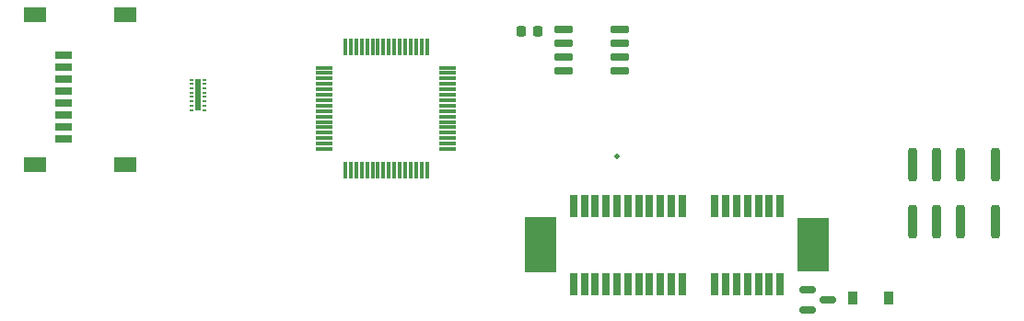
<source format=gbr>
%TF.GenerationSoftware,KiCad,Pcbnew,8.0.5*%
%TF.CreationDate,2025-03-11T15:07:16+00:00*%
%TF.ProjectId,UC_V4_4904-30028-06,55435f56-345f-4343-9930-342d33303032,rev?*%
%TF.SameCoordinates,Original*%
%TF.FileFunction,Paste,Bot*%
%TF.FilePolarity,Positive*%
%FSLAX46Y46*%
G04 Gerber Fmt 4.6, Leading zero omitted, Abs format (unit mm)*
G04 Created by KiCad (PCBNEW 8.0.5) date 2025-03-11 15:07:16*
%MOMM*%
%LPD*%
G01*
G04 APERTURE LIST*
G04 Aperture macros list*
%AMRoundRect*
0 Rectangle with rounded corners*
0 $1 Rounding radius*
0 $2 $3 $4 $5 $6 $7 $8 $9 X,Y pos of 4 corners*
0 Add a 4 corners polygon primitive as box body*
4,1,4,$2,$3,$4,$5,$6,$7,$8,$9,$2,$3,0*
0 Add four circle primitives for the rounded corners*
1,1,$1+$1,$2,$3*
1,1,$1+$1,$4,$5*
1,1,$1+$1,$6,$7*
1,1,$1+$1,$8,$9*
0 Add four rect primitives between the rounded corners*
20,1,$1+$1,$2,$3,$4,$5,0*
20,1,$1+$1,$4,$5,$6,$7,0*
20,1,$1+$1,$6,$7,$8,$9,0*
20,1,$1+$1,$8,$9,$2,$3,0*%
G04 Aperture macros list end*
%ADD10RoundRect,0.150000X-0.587500X-0.150000X0.587500X-0.150000X0.587500X0.150000X-0.587500X0.150000X0*%
%ADD11RoundRect,0.200000X0.200000X-1.350000X0.200000X1.350000X-0.200000X1.350000X-0.200000X-1.350000X0*%
%ADD12RoundRect,0.075000X0.700000X0.075000X-0.700000X0.075000X-0.700000X-0.075000X0.700000X-0.075000X0*%
%ADD13RoundRect,0.075000X0.075000X0.700000X-0.075000X0.700000X-0.075000X-0.700000X0.075000X-0.700000X0*%
%ADD14R,0.900000X1.200000*%
%ADD15R,0.400000X0.250000*%
%ADD16R,0.500000X3.000000*%
%ADD17RoundRect,0.150000X0.725000X0.150000X-0.725000X0.150000X-0.725000X-0.150000X0.725000X-0.150000X0*%
%ADD18C,0.500000*%
%ADD19R,0.700000X2.000000*%
%ADD20R,3.000000X5.200000*%
%ADD21R,3.000000X5.000000*%
%ADD22RoundRect,0.225000X0.225000X0.250000X-0.225000X0.250000X-0.225000X-0.250000X0.225000X-0.250000X0*%
%ADD23R,1.500000X0.800000*%
%ADD24R,2.000000X1.450000*%
G04 APERTURE END LIST*
D10*
%TO.C,Q2*%
X181119700Y-117639800D03*
X181119700Y-115739800D03*
X182994700Y-116689800D03*
%TD*%
D11*
%TO.C,K1*%
X198418200Y-109523200D03*
X195218200Y-109523200D03*
X193018200Y-109523200D03*
X190818200Y-109523200D03*
X190818200Y-104223200D03*
X193018200Y-104223200D03*
X195218200Y-104223200D03*
X198418200Y-104223200D03*
%TD*%
D12*
%TO.C,U1*%
X148075000Y-95321600D03*
X148075000Y-95821600D03*
X148075000Y-96321600D03*
X148075000Y-96821600D03*
X148075000Y-97321600D03*
X148075000Y-97821600D03*
X148075000Y-98321600D03*
X148075000Y-98821600D03*
X148075000Y-99321600D03*
X148075000Y-99821600D03*
X148075000Y-100321600D03*
X148075000Y-100821600D03*
X148075000Y-101321600D03*
X148075000Y-101821600D03*
X148075000Y-102321600D03*
X148075000Y-102821600D03*
D13*
X146150000Y-104746600D03*
X145650000Y-104746600D03*
X145150000Y-104746600D03*
X144650000Y-104746600D03*
X144150000Y-104746600D03*
X143650000Y-104746600D03*
X143150000Y-104746600D03*
X142650000Y-104746600D03*
X142150000Y-104746600D03*
X141650000Y-104746600D03*
X141150000Y-104746600D03*
X140650000Y-104746600D03*
X140150000Y-104746600D03*
X139650000Y-104746600D03*
X139150000Y-104746600D03*
X138650000Y-104746600D03*
D12*
X136725000Y-102821600D03*
X136725000Y-102321600D03*
X136725000Y-101821600D03*
X136725000Y-101321600D03*
X136725000Y-100821600D03*
X136725000Y-100321600D03*
X136725000Y-99821600D03*
X136725000Y-99321600D03*
X136725000Y-98821600D03*
X136725000Y-98321600D03*
X136725000Y-97821600D03*
X136725000Y-97321600D03*
X136725000Y-96821600D03*
X136725000Y-96321600D03*
X136725000Y-95821600D03*
X136725000Y-95321600D03*
D13*
X138650000Y-93396600D03*
X139150000Y-93396600D03*
X139650000Y-93396600D03*
X140150000Y-93396600D03*
X140650000Y-93396600D03*
X141150000Y-93396600D03*
X141650000Y-93396600D03*
X142150000Y-93396600D03*
X142650000Y-93396600D03*
X143150000Y-93396600D03*
X143650000Y-93396600D03*
X144150000Y-93396600D03*
X144650000Y-93396600D03*
X145150000Y-93396600D03*
X145650000Y-93396600D03*
X146150000Y-93396600D03*
%TD*%
D14*
%TO.C,D1*%
X185309400Y-116512000D03*
X188609400Y-116512000D03*
%TD*%
D15*
%TO.C,FL1*%
X124510700Y-99227000D03*
X124510700Y-98827000D03*
X124510700Y-98427000D03*
X124510700Y-98027000D03*
X124510700Y-97627000D03*
X124510700Y-97227000D03*
X124510700Y-96827000D03*
X124510700Y-96427000D03*
X125660700Y-96427000D03*
X125660700Y-96827000D03*
X125660700Y-97227000D03*
X125660700Y-97627000D03*
X125660700Y-98027000D03*
X125660700Y-98427000D03*
X125660700Y-98827000D03*
X125660700Y-99227000D03*
D16*
X125085700Y-97827000D03*
%TD*%
D17*
%TO.C,U4*%
X163893200Y-91793200D03*
X163893200Y-93063200D03*
X163893200Y-94333200D03*
X163893200Y-95603200D03*
X158743200Y-95603200D03*
X158743200Y-94333200D03*
X158743200Y-93063200D03*
X158743200Y-91793200D03*
%TD*%
D18*
%TO.C,TP1*%
X163642200Y-103456400D03*
%TD*%
D19*
%TO.C,U3*%
X159628200Y-115258200D03*
X160628200Y-115258200D03*
X161628200Y-115258200D03*
X162628200Y-115258200D03*
X163628200Y-115258200D03*
X164628200Y-115258200D03*
X165628200Y-115258200D03*
X166628200Y-115258200D03*
X167628200Y-115258200D03*
X168628200Y-115258200D03*
X169628200Y-115258200D03*
X172628200Y-115258200D03*
X173628200Y-115258200D03*
X174628200Y-115258200D03*
X175628200Y-115258200D03*
X176628200Y-115258200D03*
X177628200Y-115258200D03*
X178628200Y-115258200D03*
X159628200Y-108058200D03*
X160628200Y-108058200D03*
X161628200Y-108058200D03*
X162628200Y-108058200D03*
X163628200Y-108058200D03*
X164628200Y-108058200D03*
X165628200Y-108058200D03*
X166628200Y-108058200D03*
X167628200Y-108058200D03*
X168628200Y-108058200D03*
X169628200Y-108058200D03*
X172628200Y-108058200D03*
X173628200Y-108058200D03*
X174628200Y-108058200D03*
X175628200Y-108058200D03*
X176628200Y-108058200D03*
X177628200Y-108058200D03*
X178628200Y-108058200D03*
D20*
X156628200Y-111658200D03*
D21*
X181628200Y-111658200D03*
%TD*%
D22*
%TO.C,C14*%
X156365400Y-91950200D03*
X154815400Y-91950200D03*
%TD*%
D23*
%TO.C,SD-Card1*%
X112738900Y-94148200D03*
X112738900Y-95248200D03*
X112738900Y-96348200D03*
X112738900Y-97448200D03*
X112738900Y-98548200D03*
X112738900Y-99648200D03*
X112738900Y-100748200D03*
X112738900Y-101848200D03*
D24*
X118438900Y-90473200D03*
X110138900Y-90473200D03*
X118438900Y-104223200D03*
X110138900Y-104223200D03*
%TD*%
M02*

</source>
